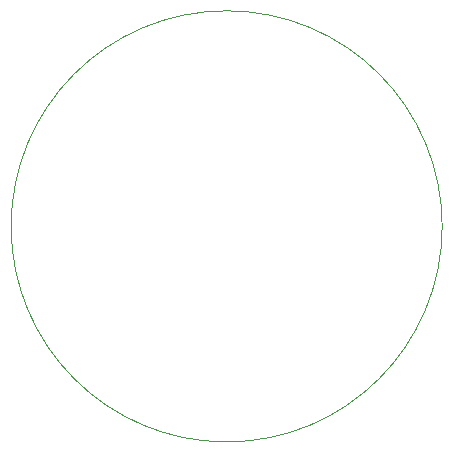
<source format=gbr>
%TF.GenerationSoftware,KiCad,Pcbnew,9.0.4*%
%TF.CreationDate,2025-09-10T15:35:00+03:00*%
%TF.ProjectId,sipm_board,7369706d-5f62-46f6-9172-642e6b696361,0.2.3*%
%TF.SameCoordinates,Original*%
%TF.FileFunction,Profile,NP*%
%FSLAX46Y46*%
G04 Gerber Fmt 4.6, Leading zero omitted, Abs format (unit mm)*
G04 Created by KiCad (PCBNEW 9.0.4) date 2025-09-10 15:35:00*
%MOMM*%
%LPD*%
G01*
G04 APERTURE LIST*
%TA.AperFunction,Profile*%
%ADD10C,0.050000*%
%TD*%
G04 APERTURE END LIST*
D10*
X168775000Y-99746870D02*
G75*
G02*
X132275000Y-99746870I-18250000J0D01*
G01*
X132275000Y-99746870D02*
G75*
G02*
X168775000Y-99746870I18250000J0D01*
G01*
M02*

</source>
